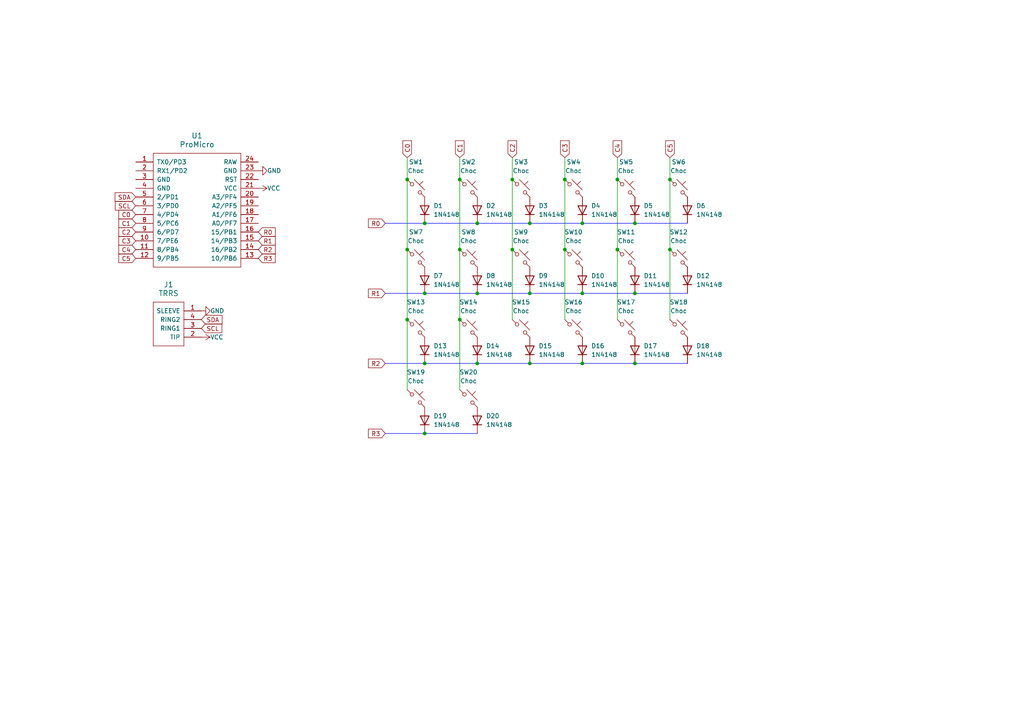
<source format=kicad_sch>
(kicad_sch (version 20230121) (generator eeschema)
  (paper "A4")
  (lib_symbols
    (symbol "Diode:1N4148" (pin_numbers hide) (pin_names hide)
      (property "Reference" "D" (at 0 2.54 0))
      (property "Value" "1N4148" (at 0 -2.54 0))
      (symbol "1N4148_0_1"
        (polyline (pts (xy -1.27 1.27) (xy -1.27 -1.27)) (stroke (width 0.254)))
        (polyline (pts (xy 1.27 0) (xy -1.27 0)))
        (polyline (pts (xy 1.27 1.27) (xy 1.27 -1.27) (xy -1.27 0) (xy 1.27 1.27)) (stroke (width 0.254)))
      )
      (symbol "1N4148_1_1"
        (pin passive line (at -3.81 0 0) (length 2.54) (name "K") (number "1"))
        (pin passive line (at 3.81 0 180) (length 2.54) (name "A") (number "2"))
      )
    )
    (symbol "Switch:SW_Push_45deg" (pin_numbers hide) (pin_names (offset 1.016) hide)
      (property "Reference" "SW" (at 3.048 1.016 0))
      (property "Value" "SW_Push_45deg" (at 0 -3.81 0))
      (symbol "SW_Push_45deg_0_1"
        (circle (center -1.1684 1.1684) (radius 0.508))
        (polyline (pts (xy -0.508 2.54) (xy 2.54 -0.508)))
        (polyline (pts (xy 1.016 1.016) (xy 2.032 2.032)))
        (polyline (pts (xy -2.54 2.54) (xy -1.524 1.524) (xy -1.524 1.524)))
        (polyline (pts (xy 1.524 -1.524) (xy 2.54 -2.54) (xy 2.54 -2.54) (xy 2.54 -2.54)))
        (circle (center 1.143 -1.1938) (radius 0.508))
        (pin passive line (at -2.54 2.54 0) (length 0) (name "1") (number "1"))
        (pin passive line (at 2.54 -2.54 180) (length 0) (name "2") (number "2"))
      )
    )
    (symbol "keebio:ProMicro" (pin_names (offset 1.016))
      (property "Reference" "U" (at 0 0 0))
      (property "Value" "ProMicro" (at 0 -19.05 0))
      (symbol "ProMicro_0_1"
        (rectangle (start -12.7 -16.51) (end 12.7 16.51))
      )
      (symbol "ProMicro_1_1"
        (pin input line (at -17.78 13.97 0) (length 5.08) (name "TX0/PD3") (number "1"))
        (pin input line (at -17.78 -8.89 0) (length 5.08) (name "7/PE6") (number "10"))
        (pin input line (at -17.78 -11.43 0) (length 5.08) (name "8/PB4") (number "11"))
        (pin input line (at -17.78 -13.97 0) (length 5.08) (name "9/PB5") (number "12"))
        (pin input line (at 17.78 -13.97 180) (length 5.08) (name "10/PB6") (number "13"))
        (pin input line (at 17.78 -11.43 180) (length 5.08) (name "16/PB2") (number "14"))
        (pin input line (at 17.78 -8.89 180) (length 5.08) (name "14/PB3") (number "15"))
        (pin input line (at 17.78 -6.35 180) (length 5.08) (name "15/PB1") (number "16"))
        (pin input line (at 17.78 -3.81 180) (length 5.08) (name "A0/PF7") (number "17"))
        (pin input line (at 17.78 -1.27 180) (length 5.08) (name "A1/PF6") (number "18"))
        (pin input line (at 17.78 1.27 180) (length 5.08) (name "A2/PF5") (number "19"))
        (pin input line (at -17.78 11.43 0) (length 5.08) (name "RX1/PD2") (number "2"))
        (pin input line (at 17.78 3.81 180) (length 5.08) (name "A3/PF4") (number "20"))
        (pin input line (at 17.78 6.35 180) (length 5.08) (name "VCC") (number "21"))
        (pin input line (at 17.78 8.89 180) (length 5.08) (name "RST") (number "22"))
        (pin input line (at 17.78 11.43 180) (length 5.08) (name "GND") (number "23"))
        (pin input line (at 17.78 13.97 180) (length 5.08) (name "RAW") (number "24"))
        (pin input line (at -17.78 8.89 0) (length 5.08) (name "GND") (number "3"))
        (pin input line (at -17.78 6.35 0) (length 5.08) (name "GND") (number "4"))
        (pin input line (at -17.78 3.81 0) (length 5.08) (name "2/PD1") (number "5"))
        (pin input line (at -17.78 1.27 0) (length 5.08) (name "3/PD0") (number "6"))
        (pin input line (at -17.78 -1.27 0) (length 5.08) (name "4/PD4") (number "7"))
        (pin input line (at -17.78 -3.81 0) (length 5.08) (name "5/PC6") (number "8"))
        (pin input line (at -17.78 -6.35 0) (length 5.08) (name "6/PD7") (number "9"))
      )
    )
    (symbol "keebio:TRRS" (pin_names (offset 1.016))
      (property "Reference" "U" (at 0 15.24 0))
      (property "Value" "TRRS" (at 0 -2.54 0))
      (symbol "TRRS_0_1"
        (rectangle (start -3.81 0) (end -3.81 12.7))
        (rectangle (start -3.81 12.7) (end 5.08 12.7))
        (rectangle (start 5.08 0) (end -3.81 0))
        (rectangle (start 5.08 12.7) (end 5.08 0))
      )
      (symbol "TRRS_1_1"
        (pin input line (at -8.89 2.54 0) (length 5.08) (name "SLEEVE") (number "1"))
        (pin input line (at -8.89 10.16 0) (length 5.08) (name "TIP") (number "2"))
        (pin input line (at -8.89 7.62 0) (length 5.08) (name "RING1") (number "3"))
        (pin input line (at -8.89 5.08 0) (length 5.08) (name "RING2") (number "4"))
      )
    )
    (symbol "power:GND" (power) (pin_names (offset 0))
      (property "Value" "GND" (at 0 -3.81 0))
      (symbol "GND_0_1"
        (polyline (pts (xy 0 0) (xy 0 -1.27) (xy 1.27 -1.27) (xy 0 -2.54) (xy -1.27 -1.27) (xy 0 -1.27)))
      )
      (symbol "GND_1_1"
        (pin power_in line (at 0 0 270) (length 0) hide (name "GND") (number "1"))
      )
    )
    (symbol "power:VCC" (power) (pin_names (offset 0))
      (property "Value" "VCC" (at 0 3.81 0))
      (symbol "VCC_0_1"
        (polyline (pts (xy -0.762 1.27) (xy 0 2.54)))
        (polyline (pts (xy 0 0) (xy 0 2.54)))
        (polyline (pts (xy 0 2.54) (xy 0.762 1.27)))
      )
      (symbol "VCC_1_1"
        (pin power_in line (at 0 0 90) (length 0) hide (name "VCC") (number "1"))
      )
    )
  )
  (junction (at 184.15 85.09))
  (junction (at 148.59 72.39))
  (junction (at 133.35 72.39))
  (junction (at 184.15 105.41))
  (junction (at 118.11 72.39))
  (junction (at 163.83 72.39))
  (junction (at 153.67 64.77))
  (junction (at 118.11 52.07))
  (junction (at 118.11 92.71))
  (junction (at 123.19 64.77))
  (junction (at 138.43 64.77))
  (junction (at 179.07 72.39))
  (junction (at 123.19 105.41))
  (junction (at 184.15 64.77))
  (junction (at 123.19 125.73))
  (junction (at 163.83 52.07))
  (junction (at 179.07 52.07))
  (junction (at 153.67 85.09))
  (junction (at 133.35 52.07))
  (junction (at 138.43 85.09))
  (junction (at 194.31 52.07))
  (junction (at 168.91 64.77))
  (junction (at 168.91 105.41))
  (junction (at 148.59 52.07))
  (junction (at 194.31 72.39))
  (junction (at 153.67 105.41))
  (junction (at 133.35 92.71))
  (junction (at 123.19 85.09))
  (junction (at 138.43 105.41))
  (junction (at 168.91 85.09))
  (wire (pts (xy 163.83 45.72) (xy 163.83 52.07)))
  (wire (pts (xy 163.83 72.39) (xy 163.83 92.71)))
  (wire (pts (xy 123.19 125.73) (xy 138.43 125.73)) (stroke (width 0) (color 0 0 255 1)))
  (wire (pts (xy 111.76 125.73) (xy 123.19 125.73)) (stroke (width 0) (color 0 0 255 1)))
  (wire (pts (xy 138.43 85.09) (xy 153.67 85.09)) (stroke (width 0) (color 0 0 255 1)))
  (wire (pts (xy 133.35 72.39) (xy 133.35 92.71)))
  (wire (pts (xy 148.59 72.39) (xy 148.59 92.71)))
  (wire (pts (xy 123.19 64.77) (xy 138.43 64.77)) (stroke (width 0) (color 0 0 255 1)))
  (wire (pts (xy 118.11 45.72) (xy 118.11 52.07)))
  (wire (pts (xy 153.67 85.09) (xy 168.91 85.09)) (stroke (width 0) (color 0 0 255 1)))
  (wire (pts (xy 138.43 105.41) (xy 153.67 105.41)) (stroke (width 0) (color 0 0 255 1)))
  (wire (pts (xy 163.83 52.07) (xy 163.83 72.39)))
  (wire (pts (xy 194.31 45.72) (xy 194.31 52.07)))
  (wire (pts (xy 138.43 64.77) (xy 153.67 64.77)) (stroke (width 0) (color 0 0 255 1)))
  (wire (pts (xy 179.07 72.39) (xy 179.07 92.71)))
  (wire (pts (xy 184.15 64.77) (xy 199.39 64.77)) (stroke (width 0) (color 0 0 255 1)))
  (wire (pts (xy 168.91 64.77) (xy 184.15 64.77)) (stroke (width 0) (color 0 0 255 1)))
  (wire (pts (xy 118.11 92.71) (xy 118.11 113.03)))
  (wire (pts (xy 153.67 64.77) (xy 168.91 64.77)) (stroke (width 0) (color 0 0 255 1)))
  (wire (pts (xy 153.67 105.41) (xy 168.91 105.41)) (stroke (width 0) (color 0 0 255 1)))
  (wire (pts (xy 179.07 45.72) (xy 179.07 52.07)))
  (wire (pts (xy 123.19 85.09) (xy 138.43 85.09)) (stroke (width 0) (color 0 0 255 1)))
  (wire (pts (xy 133.35 52.07) (xy 133.35 72.39)))
  (wire (pts (xy 179.07 52.07) (xy 179.07 72.39)))
  (wire (pts (xy 123.19 105.41) (xy 138.43 105.41)) (stroke (width 0) (color 0 0 255 1)))
  (wire (pts (xy 133.35 45.72) (xy 133.35 52.07)))
  (wire (pts (xy 194.31 72.39) (xy 194.31 92.71)))
  (wire (pts (xy 148.59 45.72) (xy 148.59 52.07)))
  (wire (pts (xy 118.11 52.07) (xy 118.11 72.39)))
  (wire (pts (xy 184.15 105.41) (xy 199.39 105.41)) (stroke (width 0) (color 0 0 255 1)))
  (wire (pts (xy 194.31 52.07) (xy 194.31 72.39)))
  (wire (pts (xy 118.11 72.39) (xy 118.11 92.71)))
  (wire (pts (xy 133.35 92.71) (xy 133.35 113.03)))
  (wire (pts (xy 111.76 64.77) (xy 123.19 64.77)) (stroke (width 0) (color 0 0 255 1)))
  (wire (pts (xy 184.15 85.09) (xy 199.39 85.09)) (stroke (width 0) (color 0 0 255 1)))
  (wire (pts (xy 168.91 105.41) (xy 184.15 105.41)) (stroke (width 0) (color 0 0 255 1)))
  (wire (pts (xy 168.91 85.09) (xy 184.15 85.09)) (stroke (width 0) (color 0 0 255 1)))
  (wire (pts (xy 111.76 85.09) (xy 123.19 85.09)) (stroke (width 0) (color 0 0 255 1)))
  (wire (pts (xy 111.76 105.41) (xy 123.19 105.41)) (stroke (width 0) (color 0 0 255 1)))
  (wire (pts (xy 148.59 52.07) (xy 148.59 72.39)))
  (global_label "R0" (shape input) (at 74.93 67.31 0) (property "Intersheetrefs" "${INTERSHEET_REFS}" (effects hide)))
  (global_label "C0" (shape input) (at 118.11 45.72 90) (property "Intersheetrefs" "${INTERSHEET_REFS}" (effects hide)))
  (global_label "C2" (shape input) (at 148.59 45.72 90) (property "Intersheetrefs" "${INTERSHEET_REFS}" (effects hide)))
  (global_label "C3" (shape input) (at 163.83 45.72 90) (property "Intersheetrefs" "${INTERSHEET_REFS}" (effects hide)))
  (global_label "C5" (shape input) (at 194.31 45.72 90) (property "Intersheetrefs" "${INTERSHEET_REFS}" (effects hide)))
  (global_label "C1" (shape input) (at 133.35 45.72 90) (property "Intersheetrefs" "${INTERSHEET_REFS}" (effects hide)))
  (global_label "SDA" (shape input) (at 39.37 57.15 180) (property "Intersheetrefs" "${INTERSHEET_REFS}" (effects hide)))
  (global_label "R3" (shape input) (at 74.93 74.93 0) (property "Intersheetrefs" "${INTERSHEET_REFS}" (effects hide)))
  (global_label "R1" (shape input) (at 74.93 69.85 0) (property "Intersheetrefs" "${INTERSHEET_REFS}" (effects hide)))
  (global_label "C5" (shape input) (at 39.37 74.93 180) (property "Intersheetrefs" "${INTERSHEET_REFS}" (effects hide)))
  (global_label "R2" (shape input) (at 74.93 72.39 0) (property "Intersheetrefs" "${INTERSHEET_REFS}" (effects hide)))
  (global_label "SCL" (shape input) (at 58.42 95.25 0) (property "Intersheetrefs" "${INTERSHEET_REFS}" (effects hide)))
  (global_label "C3" (shape input) (at 39.37 69.85 180) (property "Intersheetrefs" "${INTERSHEET_REFS}" (effects hide)))
  (global_label "C1" (shape input) (at 39.37 64.77 180) (property "Intersheetrefs" "${INTERSHEET_REFS}" (effects hide)))
  (global_label "R3" (shape input) (at 111.76 125.73 180) (property "Intersheetrefs" "${INTERSHEET_REFS}" (effects hide)))
  (global_label "C4" (shape input) (at 179.07 45.72 90) (property "Intersheetrefs" "${INTERSHEET_REFS}" (effects hide)))
  (global_label "C0" (shape input) (at 39.37 62.23 180) (property "Intersheetrefs" "${INTERSHEET_REFS}" (effects hide)))
  (global_label "R2" (shape input) (at 111.76 105.41 180) (property "Intersheetrefs" "${INTERSHEET_REFS}" (effects hide)))
  (global_label "C2" (shape input) (at 39.37 67.31 180) (property "Intersheetrefs" "${INTERSHEET_REFS}" (effects hide)))
  (global_label "R1" (shape input) (at 111.76 85.09 180) (property "Intersheetrefs" "${INTERSHEET_REFS}" (effects hide)))
  (global_label "SCL" (shape input) (at 39.37 59.69 180) (property "Intersheetrefs" "${INTERSHEET_REFS}" (effects hide)))
  (global_label "C4" (shape input) (at 39.37 72.39 180) (property "Intersheetrefs" "${INTERSHEET_REFS}" (effects hide)))
  (global_label "SDA" (shape input) (at 58.42 92.71 0) (property "Intersheetrefs" "${INTERSHEET_REFS}" (effects hide)))
  (global_label "R0" (shape input) (at 111.76 64.77 180) (property "Intersheetrefs" "${INTERSHEET_REFS}" (effects hide)))
  (symbol (lib_id "power:GND") (at 58.42 90.17 90) (unit 1)
    (property "Reference" "#PWR02" (effects hide))
    (property "Value" "GND" (at 60.96 90.17 90) (effects (justify right)))
  )
  (symbol (lib_id "Diode:1N4148") (at 123.19 60.96 90) (unit 1)
    (property "Reference" "D1" (at 125.73 59.69 90) (effects (justify right)))
    (property "Value" "1N4148" (at 125.73 62.23 90) (effects (justify right)))
    (property "Footprint" "keyboard:Diode" (effects hide))
    (property "Datasheet" "https://assets.nexperia.com/documents/data-sheet/1N4148_1N4448.pdf" (effects hide))
    (property "Sim.Device" "D" (effects hide))
    (property "Sim.Pins" "1=K 2=A" (effects hide))
  )
  (symbol (lib_id "Diode:1N4148") (at 184.15 81.28 90) (unit 1)
    (property "Reference" "D11" (at 186.69 80.01 90) (effects (justify right)))
    (property "Value" "1N4148" (at 186.69 82.55 90) (effects (justify right)))
    (property "Footprint" "keyboard:Diode" (effects hide))
    (property "Datasheet" "https://assets.nexperia.com/documents/data-sheet/1N4148_1N4448.pdf" (effects hide))
    (property "Sim.Device" "D" (effects hide))
    (property "Sim.Pins" "1=K 2=A" (effects hide))
  )
  (symbol (lib_id "Diode:1N4148") (at 168.91 60.96 90) (unit 1)
    (property "Reference" "D4" (at 171.45 59.69 90) (effects (justify right)))
    (property "Value" "1N4148" (at 171.45 62.23 90) (effects (justify right)))
    (property "Footprint" "keyboard:Diode" (effects hide))
    (property "Datasheet" "https://assets.nexperia.com/documents/data-sheet/1N4148_1N4448.pdf" (effects hide))
    (property "Sim.Device" "D" (effects hide))
    (property "Sim.Pins" "1=K 2=A" (effects hide))
  )
  (symbol (lib_id "Diode:1N4148") (at 138.43 101.6 90) (unit 1)
    (property "Reference" "D14" (at 140.97 100.33 90) (effects (justify right)))
    (property "Value" "1N4148" (at 140.97 102.87 90) (effects (justify right)))
    (property "Footprint" "keyboard:Diode" (effects hide))
    (property "Datasheet" "https://assets.nexperia.com/documents/data-sheet/1N4148_1N4448.pdf" (effects hide))
    (property "Sim.Device" "D" (effects hide))
    (property "Sim.Pins" "1=K 2=A" (effects hide))
  )
  (symbol (lib_id "Diode:1N4148") (at 153.67 81.28 90) (unit 1)
    (property "Reference" "D9" (at 156.21 80.01 90) (effects (justify right)))
    (property "Value" "1N4148" (at 156.21 82.55 90) (effects (justify right)))
    (property "Footprint" "keyboard:Diode" (effects hide))
    (property "Datasheet" "https://assets.nexperia.com/documents/data-sheet/1N4148_1N4448.pdf" (effects hide))
    (property "Sim.Device" "D" (effects hide))
    (property "Sim.Pins" "1=K 2=A" (effects hide))
  )
  (symbol (lib_id "Diode:1N4148") (at 199.39 60.96 90) (unit 1)
    (property "Reference" "D6" (at 201.93 59.69 90) (effects (justify right)))
    (property "Value" "1N4148" (at 201.93 62.23 90) (effects (justify right)))
    (property "Footprint" "keyboard:Diode" (effects hide))
    (property "Datasheet" "https://assets.nexperia.com/documents/data-sheet/1N4148_1N4448.pdf" (effects hide))
    (property "Sim.Device" "D" (effects hide))
    (property "Sim.Pins" "1=K 2=A" (effects hide))
  )
  (symbol (lib_id "Diode:1N4148") (at 138.43 60.96 90) (unit 1)
    (property "Reference" "D2" (at 140.97 59.69 90) (effects (justify right)))
    (property "Value" "1N4148" (at 140.97 62.23 90) (effects (justify right)))
    (property "Footprint" "keyboard:Diode" (effects hide))
    (property "Datasheet" "https://assets.nexperia.com/documents/data-sheet/1N4148_1N4448.pdf" (effects hide))
    (property "Sim.Device" "D" (effects hide))
    (property "Sim.Pins" "1=K 2=A" (effects hide))
  )
  (symbol (lib_id "Diode:1N4148") (at 123.19 81.28 90) (unit 1)
    (property "Reference" "D7" (at 125.73 80.01 90) (effects (justify right)))
    (property "Value" "1N4148" (at 125.73 82.55 90) (effects (justify right)))
    (property "Footprint" "keyboard:Diode" (effects hide))
    (property "Datasheet" "https://assets.nexperia.com/documents/data-sheet/1N4148_1N4448.pdf" (effects hide))
    (property "Sim.Device" "D" (effects hide))
    (property "Sim.Pins" "1=K 2=A" (effects hide))
  )
  (symbol (lib_id "Switch:SW_Push_45deg") (at 120.65 115.57 0) (unit 1)
    (property "Reference" "SW19" (at 120.65 107.95 0))
    (property "Value" "Choc" (at 120.65 110.49 0))
    (property "Footprint" "keyboard:Kailh_socket_PG1350_optional_reversible_outline" (effects hide))
  )
  (symbol (lib_id "Switch:SW_Push_45deg") (at 135.89 95.25 0) (unit 1)
    (property "Reference" "SW14" (at 135.89 87.63 0))
    (property "Value" "Choc" (at 135.89 90.17 0))
    (property "Footprint" "keyboard:Kailh_socket_PG1350_optional_reversible_outline" (effects hide))
  )
  (symbol (lib_id "Diode:1N4148") (at 168.91 101.6 90) (unit 1)
    (property "Reference" "D16" (at 171.45 100.33 90) (effects (justify right)))
    (property "Value" "1N4148" (at 171.45 102.87 90) (effects (justify right)))
    (property "Footprint" "keyboard:Diode" (effects hide))
    (property "Datasheet" "https://assets.nexperia.com/documents/data-sheet/1N4148_1N4448.pdf" (effects hide))
    (property "Sim.Device" "D" (effects hide))
    (property "Sim.Pins" "1=K 2=A" (effects hide))
  )
  (symbol (lib_id "Switch:SW_Push_45deg") (at 151.13 74.93 0) (unit 1)
    (property "Reference" "SW9" (at 151.13 67.31 0))
    (property "Value" "Choc" (at 151.13 69.85 0))
    (property "Footprint" "keyboard:Kailh_socket_PG1350_optional_reversible_outline" (effects hide))
  )
  (symbol (lib_id "keebio:TRRS") (at 49.53 87.63 180) (unit 1)
    (property "Reference" "J1" (at 48.895 82.55 0) (effects (font (size 1.524 1.524))))
    (property "Value" "TRRS" (at 48.895 85.09 0) (effects (font (size 1.524 1.524))))
    (property "Footprint" "keyboard:PJ320-A_TRRS" (effects hide))
  )
  (symbol (lib_id "Switch:SW_Push_45deg") (at 135.89 74.93 0) (unit 1)
    (property "Reference" "SW8" (at 135.89 67.31 0))
    (property "Value" "Choc" (at 135.89 69.85 0))
    (property "Footprint" "keyboard:Kailh_socket_PG1350_optional_reversible_outline" (effects hide))
  )
  (symbol (lib_id "power:VCC") (at 58.42 97.79 270) (unit 1)
    (property "Reference" "#PWR01" (effects hide))
    (property "Value" "VCC" (at 60.96 97.79 90) (effects (justify left)))
  )
  (symbol (lib_id "Switch:SW_Push_45deg") (at 151.13 95.25 0) (unit 1)
    (property "Reference" "SW15" (at 151.13 87.63 0))
    (property "Value" "Choc" (at 151.13 90.17 0))
    (property "Footprint" "keyboard:Kailh_socket_PG1350_optional_reversible_outline" (effects hide))
  )
  (symbol (lib_id "Diode:1N4148") (at 138.43 121.92 90) (unit 1)
    (property "Reference" "D20" (at 140.97 120.65 90) (effects (justify right)))
    (property "Value" "1N4148" (at 140.97 123.19 90) (effects (justify right)))
    (property "Footprint" "keyboard:Diode" (effects hide))
    (property "Datasheet" "https://assets.nexperia.com/documents/data-sheet/1N4148_1N4448.pdf" (effects hide))
    (property "Sim.Device" "D" (effects hide))
    (property "Sim.Pins" "1=K 2=A" (effects hide))
  )
  (symbol (lib_id "Switch:SW_Push_45deg") (at 196.85 54.61 0) (unit 1)
    (property "Reference" "SW6" (at 196.85 46.99 0))
    (property "Value" "Choc" (at 196.85 49.53 0))
    (property "Footprint" "keyboard:Kailh_socket_PG1350_optional_reversible_outline" (effects hide))
  )
  (symbol (lib_id "Switch:SW_Push_45deg") (at 151.13 54.61 0) (unit 1)
    (property "Reference" "SW3" (at 151.13 46.99 0))
    (property "Value" "Choc" (at 151.13 49.53 0))
    (property "Footprint" "keyboard:Kailh_socket_PG1350_optional_reversible_outline" (effects hide))
  )
  (symbol (lib_id "Switch:SW_Push_45deg") (at 166.37 74.93 0) (unit 1)
    (property "Reference" "SW10" (at 166.37 67.31 0))
    (property "Value" "Choc" (at 166.37 69.85 0))
    (property "Footprint" "keyboard:Kailh_socket_PG1350_optional_reversible_outline" (effects hide))
  )
  (symbol (lib_id "Switch:SW_Push_45deg") (at 120.65 54.61 0) (unit 1)
    (property "Reference" "SW1" (at 120.65 46.99 0))
    (property "Value" "Choc" (at 120.65 49.53 0))
    (property "Footprint" "keyboard:Kailh_socket_PG1350_optional_reversible_outline" (effects hide))
  )
  (symbol (lib_id "Switch:SW_Push_45deg") (at 181.61 54.61 0) (unit 1)
    (property "Reference" "SW5" (at 181.61 46.99 0))
    (property "Value" "Choc" (at 181.61 49.53 0))
    (property "Footprint" "keyboard:Kailh_socket_PG1350_optional_reversible_outline" (effects hide))
  )
  (symbol (lib_id "Diode:1N4148") (at 153.67 60.96 90) (unit 1)
    (property "Reference" "D3" (at 156.21 59.69 90) (effects (justify right)))
    (property "Value" "1N4148" (at 156.21 62.23 90) (effects (justify right)))
    (property "Footprint" "keyboard:Diode" (effects hide))
    (property "Datasheet" "https://assets.nexperia.com/documents/data-sheet/1N4148_1N4448.pdf" (effects hide))
    (property "Sim.Device" "D" (effects hide))
    (property "Sim.Pins" "1=K 2=A" (effects hide))
  )
  (symbol (lib_id "Diode:1N4148") (at 168.91 81.28 90) (unit 1)
    (property "Reference" "D10" (at 171.45 80.01 90) (effects (justify right)))
    (property "Value" "1N4148" (at 171.45 82.55 90) (effects (justify right)))
    (property "Footprint" "keyboard:Diode" (effects hide))
    (property "Datasheet" "https://assets.nexperia.com/documents/data-sheet/1N4148_1N4448.pdf" (effects hide))
    (property "Sim.Device" "D" (effects hide))
    (property "Sim.Pins" "1=K 2=A" (effects hide))
  )
  (symbol (lib_id "Switch:SW_Push_45deg") (at 135.89 54.61 0) (unit 1)
    (property "Reference" "SW2" (at 135.89 46.99 0))
    (property "Value" "Choc" (at 135.89 49.53 0))
    (property "Footprint" "keyboard:Kailh_socket_PG1350_optional_reversible_outline" (effects hide))
  )
  (symbol (lib_id "Diode:1N4148") (at 123.19 101.6 90) (unit 1)
    (property "Reference" "D13" (at 125.73 100.33 90) (effects (justify right)))
    (property "Value" "1N4148" (at 125.73 102.87 90) (effects (justify right)))
    (property "Footprint" "keyboard:Diode" (effects hide))
    (property "Datasheet" "https://assets.nexperia.com/documents/data-sheet/1N4148_1N4448.pdf" (effects hide))
    (property "Sim.Device" "D" (effects hide))
    (property "Sim.Pins" "1=K 2=A" (effects hide))
  )
  (symbol (lib_id "Diode:1N4148") (at 199.39 81.28 90) (unit 1)
    (property "Reference" "D12" (at 201.93 80.01 90) (effects (justify right)))
    (property "Value" "1N4148" (at 201.93 82.55 90) (effects (justify right)))
    (property "Footprint" "keyboard:Diode" (effects hide))
    (property "Datasheet" "https://assets.nexperia.com/documents/data-sheet/1N4148_1N4448.pdf" (effects hide))
    (property "Sim.Device" "D" (effects hide))
    (property "Sim.Pins" "1=K 2=A" (effects hide))
  )
  (symbol (lib_id "Switch:SW_Push_45deg") (at 196.85 74.93 0) (unit 1)
    (property "Reference" "SW12" (at 196.85 67.31 0))
    (property "Value" "Choc" (at 196.85 69.85 0))
    (property "Footprint" "keyboard:Kailh_socket_PG1350_optional_reversible_outline" (effects hide))
  )
  (symbol (lib_id "Diode:1N4148") (at 138.43 81.28 90) (unit 1)
    (property "Reference" "D8" (at 140.97 80.01 90) (effects (justify right)))
    (property "Value" "1N4148" (at 140.97 82.55 90) (effects (justify right)))
    (property "Footprint" "keyboard:Diode" (effects hide))
    (property "Datasheet" "https://assets.nexperia.com/documents/data-sheet/1N4148_1N4448.pdf" (effects hide))
    (property "Sim.Device" "D" (effects hide))
    (property "Sim.Pins" "1=K 2=A" (effects hide))
  )
  (symbol (lib_id "Switch:SW_Push_45deg") (at 166.37 54.61 0) (unit 1)
    (property "Reference" "SW4" (at 166.37 46.99 0))
    (property "Value" "Choc" (at 166.37 49.53 0))
    (property "Footprint" "keyboard:Kailh_socket_PG1350_optional_reversible_outline" (effects hide))
  )
  (symbol (lib_id "Diode:1N4148") (at 123.19 121.92 90) (unit 1)
    (property "Reference" "D19" (at 125.73 120.65 90) (effects (justify right)))
    (property "Value" "1N4148" (at 125.73 123.19 90) (effects (justify right)))
    (property "Footprint" "keyboard:Diode" (effects hide))
    (property "Datasheet" "https://assets.nexperia.com/documents/data-sheet/1N4148_1N4448.pdf" (effects hide))
    (property "Sim.Device" "D" (effects hide))
    (property "Sim.Pins" "1=K 2=A" (effects hide))
  )
  (symbol (lib_id "Switch:SW_Push_45deg") (at 120.65 95.25 0) (unit 1)
    (property "Reference" "SW13" (at 120.65 87.63 0))
    (property "Value" "Choc" (at 120.65 90.17 0))
    (property "Footprint" "keyboard:Kailh_socket_PG1350_optional_reversible_outline" (effects hide))
  )
  (symbol (lib_id "power:GND") (at 74.93 49.53 90) (unit 1)
    (property "Reference" "#PWR04" (effects hide))
    (property "Value" "GND" (at 77.47 49.53 90) (effects (justify right)))
  )
  (symbol (lib_id "Switch:SW_Push_45deg") (at 196.85 95.25 0) (unit 1)
    (property "Reference" "SW18" (at 196.85 87.63 0))
    (property "Value" "Choc" (at 196.85 90.17 0))
    (property "Footprint" "keyboard:Kailh_socket_PG1350_optional_reversible_outline" (effects hide))
  )
  (symbol (lib_id "Switch:SW_Push_45deg") (at 120.65 74.93 0) (unit 1)
    (property "Reference" "SW7" (at 120.65 67.31 0))
    (property "Value" "Choc" (at 120.65 69.85 0))
    (property "Footprint" "keyboard:Kailh_socket_PG1350_optional_reversible_outline" (effects hide))
  )
  (symbol (lib_id "Switch:SW_Push_45deg") (at 181.61 74.93 0) (unit 1)
    (property "Reference" "SW11" (at 181.61 67.31 0))
    (property "Value" "Choc" (at 181.61 69.85 0))
    (property "Footprint" "keyboard:Kailh_socket_PG1350_optional_reversible_outline" (effects hide))
  )
  (symbol (lib_id "keebio:ProMicro") (at 57.15 60.96 0) (unit 1)
    (property "Reference" "U1" (at 57.15 39.37 0) (effects (font (size 1.524 1.524))))
    (property "Value" "ProMicro" (at 57.15 41.91 0) (effects (font (size 1.524 1.524))))
    (property "Footprint" "keyboard:ProMicro" (effects hide))
  )
  (symbol (lib_id "power:VCC") (at 74.93 54.61 270) (unit 1)
    (property "Reference" "#PWR03" (effects hide))
    (property "Value" "VCC" (at 77.47 54.61 90) (effects (justify left)))
  )
  (symbol (lib_id "Switch:SW_Push_45deg") (at 166.37 95.25 0) (unit 1)
    (property "Reference" "SW16" (at 166.37 87.63 0))
    (property "Value" "Choc" (at 166.37 90.17 0))
    (property "Footprint" "keyboard:Kailh_socket_PG1350_optional_reversible_outline" (effects hide))
  )
  (symbol (lib_id "Diode:1N4148") (at 199.39 101.6 90) (unit 1)
    (property "Reference" "D18" (at 201.93 100.33 90) (effects (justify right)))
    (property "Value" "1N4148" (at 201.93 102.87 90) (effects (justify right)))
    (property "Footprint" "keyboard:Diode" (effects hide))
    (property "Datasheet" "https://assets.nexperia.com/documents/data-sheet/1N4148_1N4448.pdf" (effects hide))
    (property "Sim.Device" "D" (effects hide))
    (property "Sim.Pins" "1=K 2=A" (effects hide))
  )
  (symbol (lib_id "Diode:1N4148") (at 184.15 101.6 90) (unit 1)
    (property "Reference" "D17" (at 186.69 100.33 90) (effects (justify right)))
    (property "Value" "1N4148" (at 186.69 102.87 90) (effects (justify right)))
    (property "Footprint" "keyboard:Diode" (effects hide))
    (property "Datasheet" "https://assets.nexperia.com/documents/data-sheet/1N4148_1N4448.pdf" (effects hide))
    (property "Sim.Device" "D" (effects hide))
    (property "Sim.Pins" "1=K 2=A" (effects hide))
  )
  (symbol (lib_id "Diode:1N4148") (at 153.67 101.6 90) (unit 1)
    (property "Reference" "D15" (at 156.21 100.33 90) (effects (justify right)))
    (property "Value" "1N4148" (at 156.21 102.87 90) (effects (justify right)))
    (property "Footprint" "keyboard:Diode" (effects hide))
    (property "Datasheet" "https://assets.nexperia.com/documents/data-sheet/1N4148_1N4448.pdf" (effects hide))
    (property "Sim.Device" "D" (effects hide))
    (property "Sim.Pins" "1=K 2=A" (effects hide))
  )
  (symbol (lib_id "Diode:1N4148") (at 184.15 60.96 90) (unit 1)
    (property "Reference" "D5" (at 186.69 59.69 90) (effects (justify right)))
    (property "Value" "1N4148" (at 186.69 62.23 90) (effects (justify right)))
    (property "Footprint" "keyboard:Diode" (effects hide))
    (property "Datasheet" "https://assets.nexperia.com/documents/data-sheet/1N4148_1N4448.pdf" (effects hide))
    (property "Sim.Device" "D" (effects hide))
    (property "Sim.Pins" "1=K 2=A" (effects hide))
  )
  (symbol (lib_id "Switch:SW_Push_45deg") (at 181.61 95.25 0) (unit 1)
    (property "Reference" "SW17" (at 181.61 87.63 0))
    (property "Value" "Choc" (at 181.61 90.17 0))
    (property "Footprint" "keyboard:Kailh_socket_PG1350_optional_reversible_outline" (effects hide))
  )
  (symbol (lib_id "Switch:SW_Push_45deg") (at 135.89 115.57 0) (unit 1)
    (property "Reference" "SW20" (at 135.89 107.95 0))
    (property "Value" "Choc" (at 135.89 110.49 0))
    (property "Footprint" "keyboard:Kailh_socket_PG1350_optional_reversible_outline" (effects hide))
  )
)
</source>
